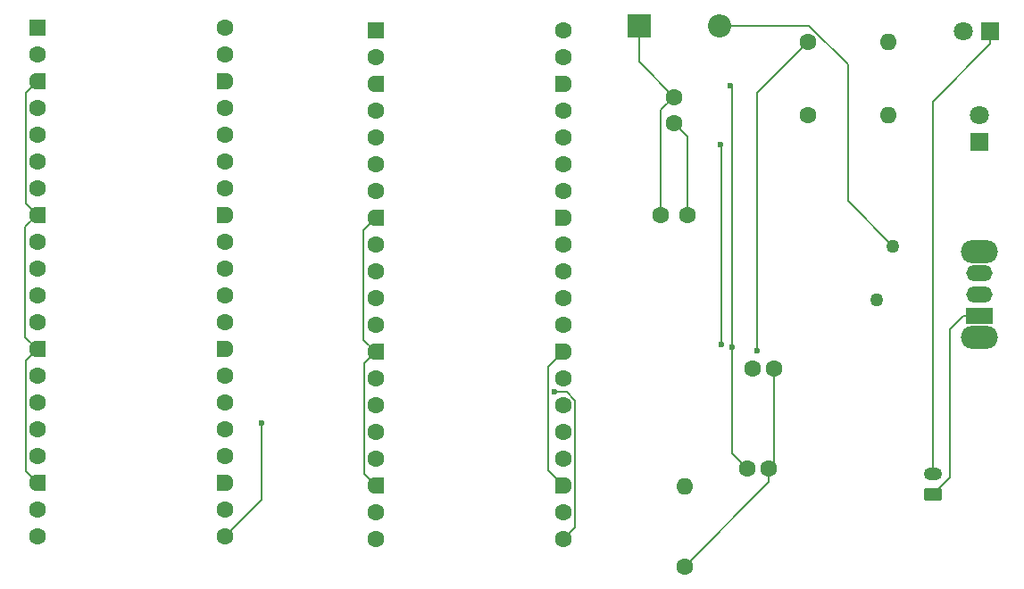
<source format=gbr>
%TF.GenerationSoftware,KiCad,Pcbnew,9.0.1*%
%TF.CreationDate,2025-08-22T15:06:57-04:00*%
%TF.ProjectId,Design_V1.0,44657369-676e-45f5-9631-2e302e6b6963,rev?*%
%TF.SameCoordinates,Original*%
%TF.FileFunction,Copper,L2,Bot*%
%TF.FilePolarity,Positive*%
%FSLAX46Y46*%
G04 Gerber Fmt 4.6, Leading zero omitted, Abs format (unit mm)*
G04 Created by KiCad (PCBNEW 9.0.1) date 2025-08-22 15:06:57*
%MOMM*%
%LPD*%
G01*
G04 APERTURE LIST*
G04 Aperture macros list*
%AMRoundRect*
0 Rectangle with rounded corners*
0 $1 Rounding radius*
0 $2 $3 $4 $5 $6 $7 $8 $9 X,Y pos of 4 corners*
0 Add a 4 corners polygon primitive as box body*
4,1,4,$2,$3,$4,$5,$6,$7,$8,$9,$2,$3,0*
0 Add four circle primitives for the rounded corners*
1,1,$1+$1,$2,$3*
1,1,$1+$1,$4,$5*
1,1,$1+$1,$6,$7*
1,1,$1+$1,$8,$9*
0 Add four rect primitives between the rounded corners*
20,1,$1+$1,$2,$3,$4,$5,0*
20,1,$1+$1,$4,$5,$6,$7,0*
20,1,$1+$1,$6,$7,$8,$9,0*
20,1,$1+$1,$8,$9,$2,$3,0*%
%AMFreePoly0*
4,1,37,0.603843,0.796157,0.639018,0.796157,0.711114,0.766294,0.766294,0.711114,0.796157,0.639018,0.796157,0.603843,0.800000,0.600000,0.800000,-0.600000,0.796157,-0.603843,0.796157,-0.639018,0.766294,-0.711114,0.711114,-0.766294,0.639018,-0.796157,0.603843,-0.796157,0.600000,-0.800000,0.000000,-0.800000,0.000000,-0.796148,-0.078414,-0.796148,-0.232228,-0.765552,-0.377117,-0.705537,
-0.507515,-0.618408,-0.618408,-0.507515,-0.705537,-0.377117,-0.765552,-0.232228,-0.796148,-0.078414,-0.796148,0.078414,-0.765552,0.232228,-0.705537,0.377117,-0.618408,0.507515,-0.507515,0.618408,-0.377117,0.705537,-0.232228,0.765552,-0.078414,0.796148,0.000000,0.796148,0.000000,0.800000,0.600000,0.800000,0.603843,0.796157,0.603843,0.796157,$1*%
%AMFreePoly1*
4,1,37,0.000000,0.796148,0.078414,0.796148,0.232228,0.765552,0.377117,0.705537,0.507515,0.618408,0.618408,0.507515,0.705537,0.377117,0.765552,0.232228,0.796148,0.078414,0.796148,-0.078414,0.765552,-0.232228,0.705537,-0.377117,0.618408,-0.507515,0.507515,-0.618408,0.377117,-0.705537,0.232228,-0.765552,0.078414,-0.796148,0.000000,-0.796148,0.000000,-0.800000,-0.600000,-0.800000,
-0.603843,-0.796157,-0.639018,-0.796157,-0.711114,-0.766294,-0.766294,-0.711114,-0.796157,-0.639018,-0.796157,-0.603843,-0.800000,-0.600000,-0.800000,0.600000,-0.796157,0.603843,-0.796157,0.639018,-0.766294,0.711114,-0.711114,0.766294,-0.639018,0.796157,-0.603843,0.796157,-0.600000,0.800000,0.000000,0.800000,0.000000,0.796148,0.000000,0.796148,$1*%
G04 Aperture macros list end*
%TA.AperFunction,ComponentPad*%
%ADD10C,1.270000*%
%TD*%
%TA.AperFunction,ComponentPad*%
%ADD11RoundRect,0.250000X0.625000X-0.350000X0.625000X0.350000X-0.625000X0.350000X-0.625000X-0.350000X0*%
%TD*%
%TA.AperFunction,ComponentPad*%
%ADD12O,1.750000X1.200000*%
%TD*%
%TA.AperFunction,ComponentPad*%
%ADD13O,3.500000X2.200000*%
%TD*%
%TA.AperFunction,ComponentPad*%
%ADD14R,2.500000X1.500000*%
%TD*%
%TA.AperFunction,ComponentPad*%
%ADD15O,2.500000X1.500000*%
%TD*%
%TA.AperFunction,ComponentPad*%
%ADD16C,1.600000*%
%TD*%
%TA.AperFunction,ComponentPad*%
%ADD17RoundRect,0.200000X-0.600000X-0.600000X0.600000X-0.600000X0.600000X0.600000X-0.600000X0.600000X0*%
%TD*%
%TA.AperFunction,ComponentPad*%
%ADD18FreePoly0,0.000000*%
%TD*%
%TA.AperFunction,ComponentPad*%
%ADD19FreePoly1,0.000000*%
%TD*%
%TA.AperFunction,ComponentPad*%
%ADD20R,1.800000X1.800000*%
%TD*%
%TA.AperFunction,ComponentPad*%
%ADD21C,1.800000*%
%TD*%
%TA.AperFunction,ComponentPad*%
%ADD22O,1.600000X1.600000*%
%TD*%
%TA.AperFunction,ComponentPad*%
%ADD23R,2.200000X2.200000*%
%TD*%
%TA.AperFunction,ComponentPad*%
%ADD24O,2.200000X2.200000*%
%TD*%
%TA.AperFunction,ViaPad*%
%ADD25C,0.600000*%
%TD*%
%TA.AperFunction,Conductor*%
%ADD26C,0.200000*%
%TD*%
G04 APERTURE END LIST*
D10*
%TO.P,F1,1*%
%TO.N,Net-(D1-A)*%
X126300000Y-56450000D03*
%TO.P,F1,2*%
%TO.N,Net-(SW1-B)*%
X124700000Y-61550000D03*
%TD*%
D11*
%TO.P,J1,1,Pin_1*%
%TO.N,VBAT(+)*%
X130050000Y-80000000D03*
D12*
%TO.P,J1,2,Pin_2*%
%TO.N,GND*%
X130050000Y-78000000D03*
%TD*%
D13*
%TO.P,SW1,*%
%TO.N,*%
X134500000Y-65100000D03*
X134500000Y-56900000D03*
D14*
%TO.P,SW1,1,A*%
%TO.N,VBAT(+)*%
X134500000Y-63000000D03*
D15*
%TO.P,SW1,2,B*%
%TO.N,Net-(SW1-B)*%
X134500000Y-61000000D03*
%TO.P,SW1,3*%
%TO.N,N/C*%
X134500000Y-59000000D03*
%TD*%
D16*
%TO.P,C3,1*%
%TO.N,GND*%
X114500000Y-77500000D03*
%TO.P,C3,2*%
%TO.N,VBUS*%
X112500000Y-77500000D03*
%TD*%
%TO.P,C4,1*%
%TO.N,GND*%
X115000000Y-68000000D03*
%TO.P,C4,2*%
%TO.N,VBAT(+)*%
X113000000Y-68000000D03*
%TD*%
D17*
%TO.P,A1,1,GPIO0*%
%TO.N,unconnected-(A1-GPIO0-Pad1)*%
X77220000Y-35980000D03*
D16*
%TO.P,A1,2,GPIO1*%
%TO.N,unconnected-(A1-GPIO1-Pad2)*%
X77220000Y-38520000D03*
D18*
%TO.P,A1,3,GND*%
%TO.N,GND*%
X77220000Y-41060000D03*
D16*
%TO.P,A1,4,GPIO2*%
%TO.N,unconnected-(A1-GPIO2-Pad4)*%
X77220000Y-43600000D03*
%TO.P,A1,5,GPIO3*%
%TO.N,unconnected-(A1-GPIO3-Pad5)*%
X77220000Y-46140000D03*
%TO.P,A1,6,GPIO4*%
%TO.N,unconnected-(A1-GPIO4-Pad6)*%
X77220000Y-48680000D03*
%TO.P,A1,7,GPIO5*%
%TO.N,unconnected-(A1-GPIO5-Pad7)*%
X77220000Y-51220000D03*
D18*
%TO.P,A1,8,GND*%
%TO.N,GND*%
X77220000Y-53760000D03*
D16*
%TO.P,A1,9,GPIO6*%
%TO.N,unconnected-(A1-GPIO6-Pad9)*%
X77220000Y-56300000D03*
%TO.P,A1,10,GPIO7*%
%TO.N,unconnected-(A1-GPIO7-Pad10)*%
X77220000Y-58840000D03*
%TO.P,A1,11,GPIO8*%
%TO.N,unconnected-(A1-GPIO8-Pad11)*%
X77220000Y-61380000D03*
%TO.P,A1,12,GPIO9*%
%TO.N,unconnected-(A1-GPIO9-Pad12)*%
X77220000Y-63920000D03*
D18*
%TO.P,A1,13,GND*%
%TO.N,GND*%
X77220000Y-66460000D03*
D16*
%TO.P,A1,14,GPIO10*%
%TO.N,unconnected-(A1-GPIO10-Pad14)*%
X77220000Y-69000000D03*
%TO.P,A1,15,GPIO11*%
%TO.N,unconnected-(A1-GPIO11-Pad15)*%
X77220000Y-71540000D03*
%TO.P,A1,16,GPIO12*%
%TO.N,unconnected-(A1-GPIO12-Pad16)*%
X77220000Y-74080000D03*
%TO.P,A1,17,GPIO13*%
%TO.N,unconnected-(A1-GPIO13-Pad17)*%
X77220000Y-76620000D03*
D18*
%TO.P,A1,18,GND*%
%TO.N,GND*%
X77220000Y-79160000D03*
D16*
%TO.P,A1,19,GPIO14*%
%TO.N,unconnected-(A1-GPIO14-Pad19)*%
X77220000Y-81700000D03*
%TO.P,A1,20,GPIO15*%
%TO.N,unconnected-(A1-GPIO15-Pad20)*%
X77220000Y-84240000D03*
%TO.P,A1,21,GPIO16*%
%TO.N,RX-TX*%
X95000000Y-84240000D03*
%TO.P,A1,22,GPIO17*%
%TO.N,CS*%
X95000000Y-81700000D03*
D19*
%TO.P,A1,23,GND*%
%TO.N,GND*%
X95000000Y-79160000D03*
D16*
%TO.P,A1,24,GPIO18*%
%TO.N,SCK*%
X95000000Y-76620000D03*
%TO.P,A1,25,GPIO19*%
%TO.N,TX-RX*%
X95000000Y-74080000D03*
%TO.P,A1,26,GPIO20*%
%TO.N,unconnected-(A1-GPIO20-Pad26)*%
X95000000Y-71540000D03*
%TO.P,A1,27,GPIO21*%
%TO.N,unconnected-(A1-GPIO21-Pad27)*%
X95000000Y-69000000D03*
D19*
%TO.P,A1,28,GND*%
%TO.N,GND*%
X95000000Y-66460000D03*
D16*
%TO.P,A1,29,GPIO22*%
%TO.N,unconnected-(A1-GPIO22-Pad29)*%
X95000000Y-63920000D03*
%TO.P,A1,30,RUN*%
%TO.N,unconnected-(A1-RUN-Pad30)*%
X95000000Y-61380000D03*
%TO.P,A1,31,GPIO26_ADC0*%
%TO.N,unconnected-(A1-GPIO26_ADC0-Pad31)*%
X95000000Y-58840000D03*
%TO.P,A1,32,GPIO27_ADC1*%
%TO.N,unconnected-(A1-GPIO27_ADC1-Pad32)*%
X95000000Y-56300000D03*
D19*
%TO.P,A1,33,AGND*%
%TO.N,unconnected-(A1-AGND-Pad33)*%
X95000000Y-53760000D03*
D16*
%TO.P,A1,34,GPIO28_ADC2*%
%TO.N,unconnected-(A1-GPIO28_ADC2-Pad34)*%
X95000000Y-51220000D03*
%TO.P,A1,35,ADC_VREF*%
%TO.N,unconnected-(A1-ADC_VREF-Pad35)*%
X95000000Y-48680000D03*
%TO.P,A1,36,3V3*%
%TO.N,unconnected-(A1-3V3-Pad36)*%
X95000000Y-46140000D03*
%TO.P,A1,37,3V3_EN*%
%TO.N,unconnected-(A1-3V3_EN-Pad37)*%
X95000000Y-43600000D03*
D19*
%TO.P,A1,38,GND*%
%TO.N,GND*%
X95000000Y-41060000D03*
D16*
%TO.P,A1,39,VSYS*%
%TO.N,VSYS*%
X95000000Y-38520000D03*
%TO.P,A1,40,VBUS*%
%TO.N,VBUS*%
X95000000Y-35980000D03*
%TD*%
D20*
%TO.P,D2,1,K*%
%TO.N,GND*%
X135500000Y-36040000D03*
D21*
%TO.P,D2,2,A*%
%TO.N,Net-(D2-A)*%
X132960000Y-36040000D03*
%TD*%
D16*
%TO.P,R1,1*%
%TO.N,GND*%
X106500000Y-86810000D03*
D22*
%TO.P,R1,2*%
%TO.N,Net-(U1-PROG)*%
X106500000Y-79190000D03*
%TD*%
D17*
%TO.P,A2,1,GPIO0*%
%TO.N,unconnected-(A2-GPIO0-Pad1)*%
X45110000Y-35682500D03*
D16*
%TO.P,A2,2,GPIO1*%
%TO.N,unconnected-(A2-GPIO1-Pad2)*%
X45110000Y-38222500D03*
D18*
%TO.P,A2,3,GND*%
%TO.N,GND*%
X45110000Y-40762500D03*
D16*
%TO.P,A2,4,GPIO2*%
%TO.N,unconnected-(A2-GPIO2-Pad4)*%
X45110000Y-43302500D03*
%TO.P,A2,5,GPIO3*%
%TO.N,unconnected-(A2-GPIO3-Pad5)*%
X45110000Y-45842500D03*
%TO.P,A2,6,GPIO4*%
%TO.N,unconnected-(A2-GPIO4-Pad6)*%
X45110000Y-48382500D03*
%TO.P,A2,7,GPIO5*%
%TO.N,unconnected-(A2-GPIO5-Pad7)*%
X45110000Y-50922500D03*
D18*
%TO.P,A2,8,GND*%
%TO.N,GND*%
X45110000Y-53462500D03*
D16*
%TO.P,A2,9,GPIO6*%
%TO.N,unconnected-(A2-GPIO6-Pad9)*%
X45110000Y-56002500D03*
%TO.P,A2,10,GPIO7*%
%TO.N,unconnected-(A2-GPIO7-Pad10)*%
X45110000Y-58542500D03*
%TO.P,A2,11,GPIO8*%
%TO.N,unconnected-(A2-GPIO8-Pad11)*%
X45110000Y-61082500D03*
%TO.P,A2,12,GPIO9*%
%TO.N,unconnected-(A2-GPIO9-Pad12)*%
X45110000Y-63622500D03*
D18*
%TO.P,A2,13,GND*%
%TO.N,GND*%
X45110000Y-66162500D03*
D16*
%TO.P,A2,14,GPIO10*%
%TO.N,unconnected-(A2-GPIO10-Pad14)*%
X45110000Y-68702500D03*
%TO.P,A2,15,GPIO11*%
%TO.N,unconnected-(A2-GPIO11-Pad15)*%
X45110000Y-71242500D03*
%TO.P,A2,16,GPIO12*%
%TO.N,unconnected-(A2-GPIO12-Pad16)*%
X45110000Y-73782500D03*
%TO.P,A2,17,GPIO13*%
%TO.N,unconnected-(A2-GPIO13-Pad17)*%
X45110000Y-76322500D03*
D18*
%TO.P,A2,18,GND*%
%TO.N,GND*%
X45110000Y-78862500D03*
D16*
%TO.P,A2,19,GPIO14*%
%TO.N,unconnected-(A2-GPIO14-Pad19)*%
X45110000Y-81402500D03*
%TO.P,A2,20,GPIO15*%
%TO.N,unconnected-(A2-GPIO15-Pad20)*%
X45110000Y-83942500D03*
%TO.P,A2,21,GPIO16*%
%TO.N,TX-RX*%
X62890000Y-83942500D03*
%TO.P,A2,22,GPIO17*%
%TO.N,CS*%
X62890000Y-81402500D03*
D19*
%TO.P,A2,23,GND*%
%TO.N,GND*%
X62890000Y-78862500D03*
D16*
%TO.P,A2,24,GPIO18*%
%TO.N,SCK*%
X62890000Y-76322500D03*
%TO.P,A2,25,GPIO19*%
%TO.N,RX-TX*%
X62890000Y-73782500D03*
%TO.P,A2,26,GPIO20*%
%TO.N,unconnected-(A2-GPIO20-Pad26)*%
X62890000Y-71242500D03*
%TO.P,A2,27,GPIO21*%
%TO.N,unconnected-(A2-GPIO21-Pad27)*%
X62890000Y-68702500D03*
D19*
%TO.P,A2,28,GND*%
%TO.N,GND*%
X62890000Y-66162500D03*
D16*
%TO.P,A2,29,GPIO22*%
%TO.N,unconnected-(A2-GPIO22-Pad29)*%
X62890000Y-63622500D03*
%TO.P,A2,30,RUN*%
%TO.N,unconnected-(A2-RUN-Pad30)*%
X62890000Y-61082500D03*
%TO.P,A2,31,GPIO26_ADC0*%
%TO.N,unconnected-(A2-GPIO26_ADC0-Pad31)*%
X62890000Y-58542500D03*
%TO.P,A2,32,GPIO27_ADC1*%
%TO.N,unconnected-(A2-GPIO27_ADC1-Pad32)*%
X62890000Y-56002500D03*
D19*
%TO.P,A2,33,AGND*%
%TO.N,unconnected-(A2-AGND-Pad33)*%
X62890000Y-53462500D03*
D16*
%TO.P,A2,34,GPIO28_ADC2*%
%TO.N,unconnected-(A2-GPIO28_ADC2-Pad34)*%
X62890000Y-50922500D03*
%TO.P,A2,35,ADC_VREF*%
%TO.N,unconnected-(A2-ADC_VREF-Pad35)*%
X62890000Y-48382500D03*
%TO.P,A2,36,3V3*%
%TO.N,unconnected-(A2-3V3-Pad36)*%
X62890000Y-45842500D03*
%TO.P,A2,37,3V3_EN*%
%TO.N,unconnected-(A2-3V3_EN-Pad37)*%
X62890000Y-43302500D03*
D19*
%TO.P,A2,38,GND*%
%TO.N,GND*%
X62890000Y-40762500D03*
D16*
%TO.P,A2,39,VSYS*%
%TO.N,VSYS*%
X62890000Y-38222500D03*
%TO.P,A2,40,VBUS*%
%TO.N,unconnected-(A2-VBUS-Pad40)*%
X62890000Y-35682500D03*
%TD*%
%TO.P,C2,1*%
%TO.N,VSYS*%
X104250000Y-53500000D03*
%TO.P,C2,2*%
%TO.N,GND*%
X106750000Y-53500000D03*
%TD*%
%TO.P,R2,1*%
%TO.N,STDBY*%
X118190000Y-37000000D03*
D22*
%TO.P,R2,2*%
%TO.N,Net-(D2-A)*%
X125810000Y-37000000D03*
%TD*%
D16*
%TO.P,C1,1*%
%TO.N,VSYS*%
X105500000Y-42250000D03*
%TO.P,C1,2*%
%TO.N,GND*%
X105500000Y-44750000D03*
%TD*%
D20*
%TO.P,D3,1,K*%
%TO.N,Net-(D3-K)*%
X134500000Y-46540000D03*
D21*
%TO.P,D3,2,A*%
%TO.N,VBUS*%
X134500000Y-44000000D03*
%TD*%
D16*
%TO.P,R3,1*%
%TO.N,CHRG*%
X118190000Y-44000000D03*
D22*
%TO.P,R3,2*%
%TO.N,Net-(D3-K)*%
X125810000Y-44000000D03*
%TD*%
D23*
%TO.P,D1,1,K*%
%TO.N,VSYS*%
X102190000Y-35500000D03*
D24*
%TO.P,D1,2,A*%
%TO.N,Net-(D1-A)*%
X109810000Y-35500000D03*
%TD*%
D25*
%TO.N,STDBY*%
X113355600Y-66372500D03*
%TO.N,CHRG*%
X109930900Y-46792500D03*
X109997600Y-65739800D03*
%TO.N,VBUS*%
X111033000Y-65975100D03*
X110831300Y-41149800D03*
%TO.N,RX-TX*%
X94162600Y-70270000D03*
%TO.N,TX-RX*%
X66397500Y-73207500D03*
%TD*%
D26*
%TO.N,VBAT(+)*%
X131684700Y-64263600D02*
X132948300Y-63000000D01*
X130050000Y-80000000D02*
X131684700Y-78365300D01*
X131684700Y-78365300D02*
X131684700Y-64263600D01*
X134500000Y-63000000D02*
X132948300Y-63000000D01*
%TO.N,VSYS*%
X102190000Y-38940000D02*
X105500000Y-42250000D01*
X104250000Y-43500000D02*
X105500000Y-42250000D01*
X102190000Y-35500000D02*
X102190000Y-38940000D01*
X104250000Y-53500000D02*
X104250000Y-43500000D01*
%TO.N,GND*%
X45110000Y-78862500D02*
X44008300Y-77760800D01*
X45110000Y-40762500D02*
X44008300Y-41864200D01*
X114500000Y-77500000D02*
X115000000Y-77000000D01*
X44008300Y-41864200D02*
X44008300Y-52360800D01*
X44008300Y-77760800D02*
X44008300Y-67264200D01*
X45110000Y-53462500D02*
X44007600Y-54564900D01*
X106500000Y-86810000D02*
X114500000Y-78810000D01*
X95000000Y-66460000D02*
X93560900Y-67899100D01*
X105500000Y-44750000D02*
X106750000Y-46000000D01*
X93560900Y-67899100D02*
X93560900Y-77720900D01*
X44008300Y-52360800D02*
X45110000Y-53462500D01*
X115000000Y-77000000D02*
X115000000Y-68000000D01*
X76079900Y-65319900D02*
X77220000Y-66460000D01*
X106750000Y-46000000D02*
X106750000Y-53500000D01*
X135500000Y-37241700D02*
X130050000Y-42691700D01*
X77220000Y-53760000D02*
X76079900Y-54900100D01*
X77220000Y-79160000D02*
X76118300Y-78058300D01*
X130050000Y-42691700D02*
X130050000Y-78000000D01*
X114500000Y-78810000D02*
X114500000Y-77500000D01*
X93560900Y-77720900D02*
X95000000Y-79160000D01*
X44007600Y-54564900D02*
X44007600Y-65060100D01*
X44008300Y-67264200D02*
X45110000Y-66162500D01*
X76079900Y-54900100D02*
X76079900Y-65319900D01*
X76118300Y-67561700D02*
X77220000Y-66460000D01*
X44007600Y-65060100D02*
X45110000Y-66162500D01*
X76118300Y-78058300D02*
X76118300Y-67561700D01*
X135500000Y-36040000D02*
X135500000Y-37241700D01*
%TO.N,STDBY*%
X118190000Y-37000000D02*
X113355600Y-41834400D01*
X113355600Y-41834400D02*
X113355600Y-66372500D01*
%TO.N,CHRG*%
X109997600Y-46859200D02*
X109930900Y-46792500D01*
X109997600Y-65739800D02*
X109997600Y-46859200D01*
%TO.N,VBUS*%
X111033000Y-41351500D02*
X110831300Y-41149800D01*
X111033000Y-76033000D02*
X112500000Y-77500000D01*
X111033000Y-65975100D02*
X111033000Y-41351500D01*
X111033000Y-65975100D02*
X111033000Y-76033000D01*
%TO.N,RX-TX*%
X95327400Y-70270000D02*
X94162600Y-70270000D01*
X96101700Y-71044300D02*
X95327400Y-70270000D01*
X96101700Y-83138300D02*
X96101700Y-71044300D01*
X95000000Y-84240000D02*
X96101700Y-83138300D01*
%TO.N,TX-RX*%
X62890000Y-83942500D02*
X66397500Y-80435000D01*
X66397500Y-80435000D02*
X66397500Y-73207500D01*
%TO.N,Net-(D1-A)*%
X122000000Y-39177300D02*
X122000000Y-52150000D01*
X118322700Y-35500000D02*
X122000000Y-39177300D01*
X109810000Y-35500000D02*
X118322700Y-35500000D01*
X122000000Y-52150000D02*
X126300000Y-56450000D01*
%TD*%
M02*

</source>
